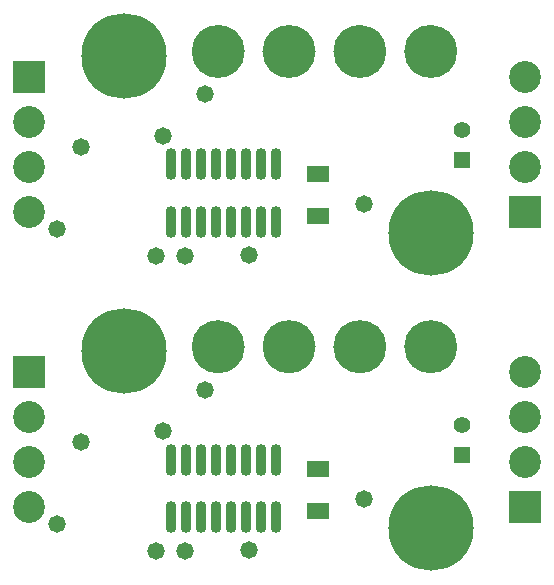
<source format=gts>
%FSLAX44Y44*%
%MOMM*%
G71*
G01*
G75*
G04 Layer_Color=8388736*
%ADD10R,1.7000X1.2500*%
%ADD11O,0.7000X2.5000*%
%ADD12C,1.5000*%
%ADD13C,0.5000*%
%ADD14C,7.2200*%
%ADD15R,1.2000X1.2000*%
%ADD16C,1.2000*%
%ADD17R,2.5000X2.5000*%
%ADD18C,2.5000*%
%ADD19C,1.2700*%
%ADD20R,1.2500X1.7000*%
%ADD21R,1.7000X1.1000*%
%ADD22R,2.0320X1.7780*%
%ADD23R,4.8440X7.6200*%
%ADD24C,0.2000*%
%ADD25C,0.2500*%
%ADD26C,0.2540*%
%ADD27R,1.9032X1.4532*%
%ADD28O,0.9032X2.7032*%
%ADD29R,1.4032X1.4032*%
%ADD30C,1.4032*%
%ADD31R,2.7032X2.7032*%
%ADD32C,2.7032*%
%ADD33C,1.4732*%
G36*
X264158Y224716D02*
X268157Y223503D01*
X271842Y221534D01*
X275073Y218883D01*
X277724Y215653D01*
X279693Y211967D01*
X280906Y207969D01*
X281316Y203810D01*
X280906Y199652D01*
X279693Y195653D01*
X277724Y191968D01*
X275073Y188737D01*
X271842Y186087D01*
X268157Y184117D01*
X264158Y182904D01*
X260000Y182494D01*
X255842Y182904D01*
X251843Y184117D01*
X248158Y186087D01*
X244927Y188737D01*
X242276Y191968D01*
X240307Y195653D01*
X239094Y199652D01*
X238684Y203810D01*
X239094Y207969D01*
X240307Y211967D01*
X242276Y215653D01*
X244927Y218883D01*
X248158Y221534D01*
X251843Y223503D01*
X255842Y224716D01*
X260000Y225126D01*
X264158Y224716D01*
D02*
G37*
G36*
X204158D02*
X208157Y223503D01*
X211842Y221534D01*
X215073Y218883D01*
X217724Y215653D01*
X219693Y211967D01*
X220906Y207969D01*
X221316Y203810D01*
X220906Y199652D01*
X219693Y195653D01*
X217724Y191968D01*
X215073Y188737D01*
X211842Y186087D01*
X208157Y184117D01*
X204158Y182904D01*
X200000Y182494D01*
X195842Y182904D01*
X191843Y184117D01*
X188158Y186087D01*
X184927Y188737D01*
X182276Y191968D01*
X180307Y195653D01*
X179094Y199652D01*
X178684Y203810D01*
X179094Y207969D01*
X180307Y211967D01*
X182276Y215653D01*
X184927Y218883D01*
X188158Y221534D01*
X191843Y223503D01*
X195842Y224716D01*
X200000Y225126D01*
X204158Y224716D01*
D02*
G37*
G36*
X384159D02*
X388157Y223503D01*
X391842Y221534D01*
X395073Y218883D01*
X397723Y215653D01*
X399693Y211967D01*
X400906Y207969D01*
X401316Y203810D01*
X400906Y199652D01*
X399693Y195653D01*
X397723Y191968D01*
X395073Y188737D01*
X391842Y186087D01*
X388157Y184117D01*
X384159Y182904D01*
X380000Y182494D01*
X375841Y182904D01*
X371843Y184117D01*
X368158Y186087D01*
X364927Y188737D01*
X362276Y191968D01*
X360307Y195653D01*
X359094Y199652D01*
X358684Y203810D01*
X359094Y207969D01*
X360307Y211967D01*
X362276Y215653D01*
X364927Y218883D01*
X368158Y221534D01*
X371843Y223503D01*
X375841Y224716D01*
X380000Y225126D01*
X384159Y224716D01*
D02*
G37*
G36*
X324159D02*
X328157Y223503D01*
X331842Y221534D01*
X335073Y218883D01*
X337724Y215653D01*
X339693Y211967D01*
X340906Y207969D01*
X341316Y203810D01*
X340906Y199652D01*
X339693Y195653D01*
X337724Y191968D01*
X335073Y188737D01*
X331842Y186087D01*
X328157Y184117D01*
X324159Y182904D01*
X320000Y182494D01*
X315842Y182904D01*
X311843Y184117D01*
X308158Y186087D01*
X304927Y188737D01*
X302276Y191968D01*
X300307Y195653D01*
X299094Y199652D01*
X298684Y203810D01*
X299094Y207969D01*
X300307Y211967D01*
X302276Y215653D01*
X304927Y218883D01*
X308158Y221534D01*
X311843Y223503D01*
X315842Y224716D01*
X320000Y225126D01*
X324159Y224716D01*
D02*
G37*
G36*
X264158Y474716D02*
X268157Y473503D01*
X271842Y471534D01*
X275073Y468883D01*
X277724Y465653D01*
X279693Y461967D01*
X280906Y457968D01*
X281316Y453810D01*
X280906Y449651D01*
X279693Y445653D01*
X277724Y441968D01*
X275073Y438737D01*
X271842Y436087D01*
X268157Y434117D01*
X264158Y432904D01*
X260000Y432494D01*
X255842Y432904D01*
X251843Y434117D01*
X248158Y436087D01*
X244927Y438737D01*
X242276Y441968D01*
X240307Y445653D01*
X239094Y449651D01*
X238684Y453810D01*
X239094Y457968D01*
X240307Y461967D01*
X242276Y465653D01*
X244927Y468883D01*
X248158Y471534D01*
X251843Y473503D01*
X255842Y474716D01*
X260000Y475126D01*
X264158Y474716D01*
D02*
G37*
G36*
X204158D02*
X208157Y473503D01*
X211842Y471534D01*
X215073Y468883D01*
X217724Y465653D01*
X219693Y461967D01*
X220906Y457968D01*
X221316Y453810D01*
X220906Y449651D01*
X219693Y445653D01*
X217724Y441968D01*
X215073Y438737D01*
X211842Y436087D01*
X208157Y434117D01*
X204158Y432904D01*
X200000Y432494D01*
X195842Y432904D01*
X191843Y434117D01*
X188158Y436087D01*
X184927Y438737D01*
X182276Y441968D01*
X180307Y445653D01*
X179094Y449651D01*
X178684Y453810D01*
X179094Y457968D01*
X180307Y461967D01*
X182276Y465653D01*
X184927Y468883D01*
X188158Y471534D01*
X191843Y473503D01*
X195842Y474716D01*
X200000Y475126D01*
X204158Y474716D01*
D02*
G37*
G36*
X384159D02*
X388157Y473503D01*
X391842Y471534D01*
X395073Y468883D01*
X397723Y465653D01*
X399693Y461967D01*
X400906Y457968D01*
X401316Y453810D01*
X400906Y449651D01*
X399693Y445653D01*
X397723Y441968D01*
X395073Y438737D01*
X391842Y436087D01*
X388157Y434117D01*
X384159Y432904D01*
X380000Y432494D01*
X375841Y432904D01*
X371843Y434117D01*
X368158Y436087D01*
X364927Y438737D01*
X362276Y441968D01*
X360307Y445653D01*
X359094Y449651D01*
X358684Y453810D01*
X359094Y457968D01*
X360307Y461967D01*
X362276Y465653D01*
X364927Y468883D01*
X368158Y471534D01*
X371843Y473503D01*
X375841Y474716D01*
X380000Y475126D01*
X384159Y474716D01*
D02*
G37*
G36*
X324159D02*
X328157Y473503D01*
X331842Y471534D01*
X335073Y468883D01*
X337724Y465653D01*
X339693Y461967D01*
X340906Y457968D01*
X341316Y453810D01*
X340906Y449651D01*
X339693Y445653D01*
X337724Y441968D01*
X335073Y438737D01*
X331842Y436087D01*
X328157Y434117D01*
X324159Y432904D01*
X320000Y432494D01*
X315842Y432904D01*
X311843Y434117D01*
X308158Y436087D01*
X304927Y438737D01*
X302276Y441968D01*
X300307Y445653D01*
X299094Y449651D01*
X298684Y453810D01*
X299094Y457968D01*
X300307Y461967D01*
X302276Y465653D01*
X304927Y468883D01*
X308158Y471534D01*
X311843Y473503D01*
X315842Y474716D01*
X320000Y475126D01*
X324159Y474716D01*
D02*
G37*
D12*
X200000Y193810D02*
D03*
Y213810D02*
D03*
X260000D02*
D03*
Y193810D02*
D03*
X320000D02*
D03*
Y213810D02*
D03*
X380000D02*
D03*
Y193810D02*
D03*
X200000Y443810D02*
D03*
Y463810D02*
D03*
X260000D02*
D03*
Y443810D02*
D03*
X320000D02*
D03*
Y463810D02*
D03*
X380000D02*
D03*
Y443810D02*
D03*
D14*
X380000Y50000D02*
D03*
X120000Y200000D02*
D03*
X380000Y300000D02*
D03*
X120000Y450000D02*
D03*
D26*
X221213Y203810D02*
G03*
X221213Y203810I-21213J0D01*
G01*
X281213D02*
G03*
X281213Y203810I-21213J0D01*
G01*
X341213D02*
G03*
X341213Y203810I-21213J0D01*
G01*
X401213D02*
G03*
X401213Y203810I-21213J0D01*
G01*
X221213Y453810D02*
G03*
X221213Y453810I-21213J0D01*
G01*
X281213D02*
G03*
X281213Y453810I-21213J0D01*
G01*
X341213D02*
G03*
X341213Y453810I-21213J0D01*
G01*
X401213D02*
G03*
X401213Y453810I-21213J0D01*
G01*
D27*
X284480Y100300D02*
D03*
Y64800D02*
D03*
Y350300D02*
D03*
Y314800D02*
D03*
D28*
X248920Y108320D02*
D03*
X236220D02*
D03*
X223520D02*
D03*
X210820D02*
D03*
X198120D02*
D03*
X185420D02*
D03*
X172720D02*
D03*
X160020D02*
D03*
X248920Y59320D02*
D03*
X236220D02*
D03*
X223520D02*
D03*
X210820D02*
D03*
X198120D02*
D03*
X185420D02*
D03*
X172720D02*
D03*
X160020D02*
D03*
X248920Y358320D02*
D03*
X236220D02*
D03*
X223520D02*
D03*
X210820D02*
D03*
X198120D02*
D03*
X185420D02*
D03*
X172720D02*
D03*
X160020D02*
D03*
X248920Y309320D02*
D03*
X236220D02*
D03*
X223520D02*
D03*
X210820D02*
D03*
X198120D02*
D03*
X185420D02*
D03*
X172720D02*
D03*
X160020D02*
D03*
D29*
X406400Y112160D02*
D03*
Y362160D02*
D03*
D30*
Y137160D02*
D03*
Y387160D02*
D03*
D31*
X460000Y67850D02*
D03*
X40000Y182150D02*
D03*
X460000Y317850D02*
D03*
X40000Y432150D02*
D03*
D32*
X460000Y105950D02*
D03*
Y144050D02*
D03*
Y182150D02*
D03*
X40000Y144050D02*
D03*
Y105950D02*
D03*
Y67850D02*
D03*
X460000Y355950D02*
D03*
Y394050D02*
D03*
Y432150D02*
D03*
X40000Y394050D02*
D03*
Y355950D02*
D03*
Y317850D02*
D03*
D33*
X188722Y167386D02*
D03*
X147320Y30480D02*
D03*
X172212D02*
D03*
X83820Y123190D02*
D03*
X323850Y74930D02*
D03*
X153416Y132080D02*
D03*
X226060Y31750D02*
D03*
X63500Y53340D02*
D03*
X188722Y417386D02*
D03*
X147320Y280480D02*
D03*
X172212D02*
D03*
X83820Y373190D02*
D03*
X323850Y324930D02*
D03*
X153416Y382080D02*
D03*
X226060Y281750D02*
D03*
X63500Y303340D02*
D03*
M02*

</source>
